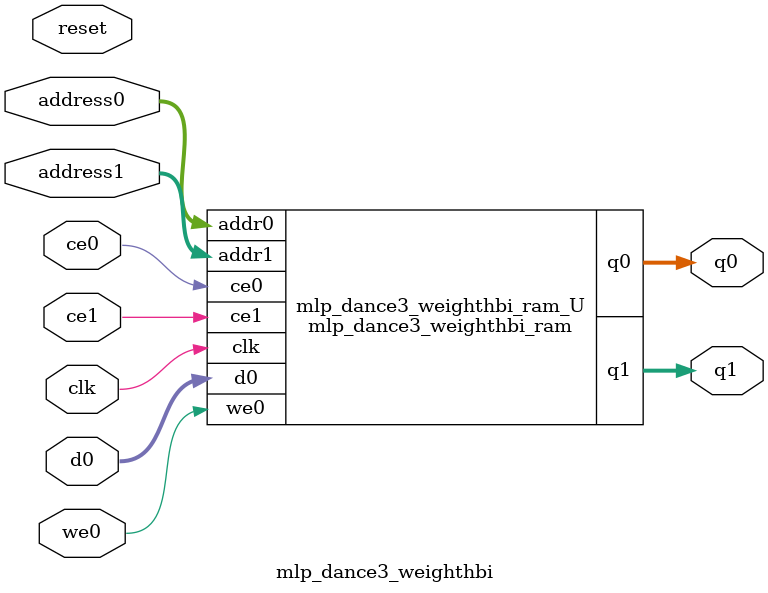
<source format=v>
`timescale 1 ns / 1 ps
module mlp_dance3_weighthbi_ram (addr0, ce0, d0, we0, q0, addr1, ce1, q1,  clk);

parameter DWIDTH = 32;
parameter AWIDTH = 11;
parameter MEM_SIZE = 1536;

input[AWIDTH-1:0] addr0;
input ce0;
input[DWIDTH-1:0] d0;
input we0;
output reg[DWIDTH-1:0] q0;
input[AWIDTH-1:0] addr1;
input ce1;
output reg[DWIDTH-1:0] q1;
input clk;

(* ram_style = "block" *)reg [DWIDTH-1:0] ram[0:MEM_SIZE-1];




always @(posedge clk)  
begin 
    if (ce0) begin
        if (we0) 
            ram[addr0] <= d0; 
        q0 <= ram[addr0];
    end
end


always @(posedge clk)  
begin 
    if (ce1) begin
        q1 <= ram[addr1];
    end
end


endmodule

`timescale 1 ns / 1 ps
module mlp_dance3_weighthbi(
    reset,
    clk,
    address0,
    ce0,
    we0,
    d0,
    q0,
    address1,
    ce1,
    q1);

parameter DataWidth = 32'd32;
parameter AddressRange = 32'd1536;
parameter AddressWidth = 32'd11;
input reset;
input clk;
input[AddressWidth - 1:0] address0;
input ce0;
input we0;
input[DataWidth - 1:0] d0;
output[DataWidth - 1:0] q0;
input[AddressWidth - 1:0] address1;
input ce1;
output[DataWidth - 1:0] q1;



mlp_dance3_weighthbi_ram mlp_dance3_weighthbi_ram_U(
    .clk( clk ),
    .addr0( address0 ),
    .ce0( ce0 ),
    .we0( we0 ),
    .d0( d0 ),
    .q0( q0 ),
    .addr1( address1 ),
    .ce1( ce1 ),
    .q1( q1 ));

endmodule


</source>
